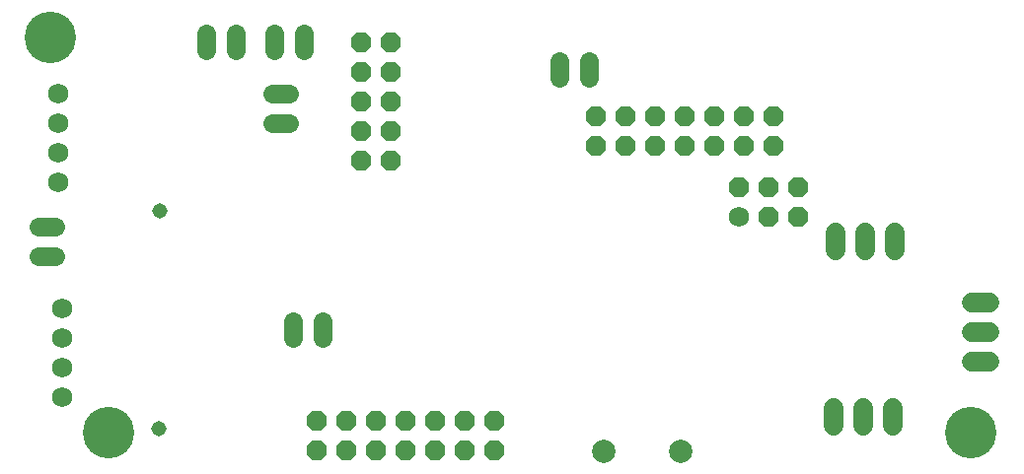
<source format=gbs>
G75*
G70*
%OFA0B0*%
%FSLAX24Y24*%
%IPPOS*%
%LPD*%
%AMOC8*
5,1,8,0,0,1.08239X$1,22.5*
%
%ADD10C,0.0680*%
%ADD11C,0.0789*%
%ADD12OC8,0.0680*%
%ADD13C,0.0680*%
%ADD14C,0.0640*%
%ADD15C,0.1740*%
%ADD16C,0.0516*%
D10*
X031766Y002561D02*
X031766Y003161D01*
X032766Y003161D02*
X032766Y002561D01*
X033766Y002561D02*
X033766Y003161D01*
X036419Y004731D02*
X037019Y004731D01*
X037019Y005731D02*
X036419Y005731D01*
X036419Y006731D02*
X037019Y006731D01*
X033829Y008502D02*
X033829Y009102D01*
X032829Y009102D02*
X032829Y008502D01*
X031829Y008502D02*
X031829Y009102D01*
D11*
X026597Y001695D03*
X023999Y001695D03*
D12*
X020286Y001707D03*
X019286Y001707D03*
X018286Y001707D03*
X017286Y001707D03*
X016286Y001707D03*
X015286Y001707D03*
X014286Y001707D03*
X014286Y002707D03*
X015286Y002707D03*
X016286Y002707D03*
X017286Y002707D03*
X018286Y002707D03*
X019286Y002707D03*
X020286Y002707D03*
X029550Y009621D03*
X030550Y009621D03*
X030550Y010621D03*
X029550Y010621D03*
X028550Y010621D03*
X028715Y012003D03*
X027715Y012003D03*
X026715Y012003D03*
X025715Y012003D03*
X024715Y012003D03*
X023715Y012003D03*
X023715Y013003D03*
X024715Y013003D03*
X025715Y013003D03*
X026715Y013003D03*
X027715Y013003D03*
X028715Y013003D03*
X029715Y013003D03*
X029715Y012003D03*
X016782Y011506D03*
X015782Y011506D03*
X015782Y012506D03*
X016782Y012506D03*
X016782Y013506D03*
X015782Y013506D03*
X015782Y014506D03*
X016782Y014506D03*
X016782Y015506D03*
X015782Y015506D03*
D13*
X005534Y013774D03*
X005534Y012774D03*
X005534Y011774D03*
X005534Y010774D03*
X005691Y006510D03*
X005691Y005510D03*
X005691Y004510D03*
X005691Y003510D03*
X028550Y009621D03*
D14*
X023495Y014309D02*
X023495Y014869D01*
X022495Y014869D02*
X022495Y014309D01*
X013849Y015254D02*
X013849Y015814D01*
X012849Y015814D02*
X012849Y015254D01*
X011566Y015254D02*
X011566Y015814D01*
X010566Y015814D02*
X010566Y015254D01*
X012793Y013790D02*
X013353Y013790D01*
X013353Y012790D02*
X012793Y012790D01*
X005440Y009302D02*
X004880Y009302D01*
X004880Y008302D02*
X005440Y008302D01*
X013479Y006070D02*
X013479Y005510D01*
X014479Y005510D02*
X014479Y006070D01*
D15*
X007247Y002306D03*
X036380Y002306D03*
X005278Y015691D03*
D16*
X008999Y009825D03*
X008959Y002463D03*
M02*

</source>
